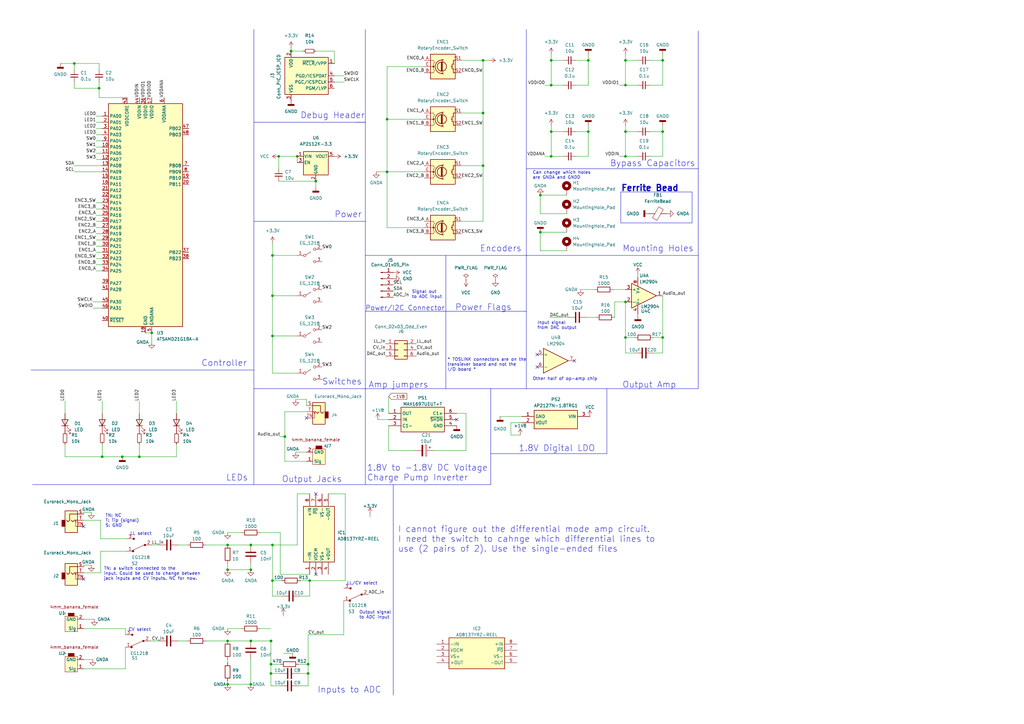
<source format=kicad_sch>
(kicad_sch (version 20230121) (generator eeschema)
  (paper "A3")
  (junction (at 93.345 280.67))
  (junction (at 111.125 262.89))
  (junction (at 226.06 53.975))
  (junction (at 50.165 187.325))
  (junction (at 127 238.125))
  (junction (at 111.125 272.415))
  (junction (at 126.365 272.415))
  (junction (at 119.38 20.955))
  (junction (at 198.12 67.945))
  (junction (at 116.84 179.07))
  (junction (at 41.91 187.325))
  (junction (at 102.87 262.89))
  (junction (at 111.76 104.775))
  (junction (at 102.87 233.68))
  (junction (at 102.87 223.52))
  (junction (at 111.125 276.225))
  (junction (at 111.76 121.285))
  (junction (at 93.345 262.89))
  (junction (at 256.54 34.925))
  (junction (at 271.78 24.765))
  (junction (at 111.76 238.125))
  (junction (at 111.76 137.795))
  (junction (at 93.345 223.52))
  (junction (at 30.48 26.035))
  (junction (at 256.54 138.43))
  (junction (at 158.75 48.895))
  (junction (at 226.06 34.925))
  (junction (at 256.54 24.765))
  (junction (at 121.92 64.135))
  (junction (at 126.365 276.225))
  (junction (at 256.54 64.135))
  (junction (at 271.78 138.43))
  (junction (at 226.06 24.765))
  (junction (at 241.3 53.975))
  (junction (at 114.3 64.135))
  (junction (at 40.64 36.195))
  (junction (at 221.615 95.25))
  (junction (at 158.75 70.485))
  (junction (at 241.3 24.765))
  (junction (at 271.78 53.975))
  (junction (at 198.12 46.355))
  (junction (at 62.23 136.525))
  (junction (at 57.15 187.325))
  (junction (at 256.54 53.975))
  (junction (at 221.615 80.01))
  (junction (at 198.12 24.765))
  (junction (at 256.54 123.825))
  (junction (at 111.76 223.52))
  (junction (at 102.87 280.67))
  (junction (at 226.06 64.135))
  (junction (at 129.54 74.295))
  (junction (at 93.345 233.68))
  (no_connect (at 187.325 172.085))
  (no_connect (at 125.73 171.45))
  (no_connect (at 129.54 202.565))
  (no_connect (at 129.54 235.585))
  (no_connect (at 235.585 147.955))
  (no_connect (at 220.345 150.495))
  (no_connect (at 220.345 145.415))
  (no_connect (at 34.29 237.49))
  (no_connect (at 34.29 215.9))
  (wire (pts (xy 51.435 274.32) (xy 51.435 265.43)))
  (wire (pts (xy 271.78 121.285) (xy 271.78 138.43)))
  (wire (pts (xy 41.91 182.245) (xy 41.91 187.325)))
  (wire (pts (xy 39.37 93.345) (xy 41.91 93.345)))
  (wire (pts (xy 40.64 40.005) (xy 52.07 40.005)))
  (wire (pts (xy 256.54 53.975) (xy 256.54 64.135)))
  (wire (pts (xy 256.54 123.825) (xy 256.54 138.43)))
  (polyline (pts (xy 149.86 90.805) (xy 149.86 159.385)))
  (wire (pts (xy 93.345 218.44) (xy 99.06 218.44)))
  (wire (pts (xy 30.48 33.655) (xy 30.48 36.195)))
  (wire (pts (xy 256.54 24.765) (xy 256.54 34.925)))
  (polyline (pts (xy 254.635 78.74) (xy 254.635 91.44)))
  (wire (pts (xy 37.465 210.185) (xy 34.29 210.185)))
  (wire (pts (xy 127 238.125) (xy 127 244.475)))
  (wire (pts (xy 111.76 99.695) (xy 111.76 104.775)))
  (wire (pts (xy 126.365 272.415) (xy 126.365 276.225)))
  (polyline (pts (xy 201.295 159.385) (xy 182.88 159.385)))
  (wire (pts (xy 114.935 235.585) (xy 114.935 218.44)))
  (wire (pts (xy 126.365 281.305) (xy 126.365 276.225)))
  (polyline (pts (xy 215.9 12.065) (xy 215.9 104.775)))
  (wire (pts (xy 198.12 67.945) (xy 198.12 90.805)))
  (wire (pts (xy 125.73 166.37) (xy 125.73 163.83)))
  (wire (pts (xy 111.125 262.89) (xy 111.76 262.89)))
  (wire (pts (xy 122.555 281.305) (xy 126.365 281.305)))
  (wire (pts (xy 30.48 28.575) (xy 30.48 26.035)))
  (wire (pts (xy 256.54 22.225) (xy 256.54 24.765)))
  (wire (pts (xy 241.3 53.975) (xy 241.3 51.435)))
  (wire (pts (xy 254 64.135) (xy 256.54 64.135)))
  (wire (pts (xy 226.06 24.765) (xy 226.06 34.925)))
  (wire (pts (xy 232.41 95.25) (xy 221.615 95.25)))
  (wire (pts (xy 51.435 257.81) (xy 51.435 260.35)))
  (wire (pts (xy 226.06 24.765) (xy 231.14 24.765)))
  (polyline (pts (xy 215.9 104.775) (xy 286.385 104.775)))
  (wire (pts (xy 119.38 20.955) (xy 124.46 20.955)))
  (wire (pts (xy 116.205 252.095) (xy 116.205 252.73)))
  (wire (pts (xy 177.8 184.785) (xy 191.135 184.785)))
  (wire (pts (xy 126.365 260.35) (xy 126.365 272.415)))
  (wire (pts (xy 123.19 238.125) (xy 127 238.125)))
  (wire (pts (xy 198.12 46.355) (xy 189.23 46.355)))
  (wire (pts (xy 137.16 33.655) (xy 140.97 33.655)))
  (wire (pts (xy 41.275 220.98) (xy 52.07 220.98)))
  (wire (pts (xy 34.29 210.185) (xy 34.29 210.82)))
  (wire (pts (xy 236.22 64.135) (xy 241.3 64.135)))
  (wire (pts (xy 38.1 123.825) (xy 41.91 123.825)))
  (wire (pts (xy 271.78 64.135) (xy 271.78 53.975)))
  (wire (pts (xy 221.615 80.01) (xy 221.615 87.63)))
  (wire (pts (xy 115.57 244.475) (xy 111.76 244.475)))
  (wire (pts (xy 39.37 57.785) (xy 41.91 57.785)))
  (wire (pts (xy 41.91 164.465) (xy 41.91 169.545)))
  (polyline (pts (xy 215.9 127.635) (xy 182.88 127.635)))
  (wire (pts (xy 39.37 100.965) (xy 41.91 100.965)))
  (wire (pts (xy 225.425 130.175) (xy 233.045 130.175)))
  (wire (pts (xy 102.87 270.51) (xy 102.87 280.67)))
  (wire (pts (xy 256.54 51.435) (xy 256.54 53.975)))
  (polyline (pts (xy 182.88 159.385) (xy 182.88 127.635)))
  (wire (pts (xy 159.385 162.56) (xy 159.385 169.545)))
  (polyline (pts (xy 13.335 198.755) (xy 104.14 198.755)))
  (wire (pts (xy 39.37 60.325) (xy 41.91 60.325)))
  (polyline (pts (xy 149.86 159.385) (xy 149.86 198.755)))
  (wire (pts (xy 198.12 46.355) (xy 198.12 67.945)))
  (polyline (pts (xy 248.92 186.055) (xy 248.92 159.385)))
  (wire (pts (xy 256.54 24.765) (xy 261.62 24.765)))
  (wire (pts (xy 37.465 231.775) (xy 34.29 231.775)))
  (wire (pts (xy 39.37 98.425) (xy 41.91 98.425)))
  (wire (pts (xy 121.92 202.565) (xy 121.92 223.52)))
  (wire (pts (xy 114.3 64.135) (xy 121.92 64.135)))
  (wire (pts (xy 116.84 168.91) (xy 125.73 168.91)))
  (polyline (pts (xy 104.14 198.755) (xy 161.29 198.755)))
  (wire (pts (xy 267.97 144.78) (xy 271.78 144.78)))
  (wire (pts (xy 39.37 88.265) (xy 41.91 88.265)))
  (wire (pts (xy 256.54 34.925) (xy 261.62 34.925)))
  (polyline (pts (xy 104.14 151.765) (xy 104.14 198.755)))
  (wire (pts (xy 254 34.925) (xy 256.54 34.925)))
  (wire (pts (xy 93.345 233.68) (xy 102.87 233.68)))
  (wire (pts (xy 114.935 276.225) (xy 111.125 276.225)))
  (wire (pts (xy 26.67 164.465) (xy 26.67 169.545)))
  (wire (pts (xy 72.39 182.245) (xy 72.39 187.325)))
  (wire (pts (xy 260.35 138.43) (xy 256.54 138.43)))
  (wire (pts (xy 252.095 123.825) (xy 256.54 123.825)))
  (wire (pts (xy 173.99 93.345) (xy 158.75 93.345)))
  (wire (pts (xy 158.75 27.305) (xy 173.99 27.305)))
  (polyline (pts (xy 215.9 127.635) (xy 215.9 159.385)))
  (wire (pts (xy 114.935 281.305) (xy 111.125 281.305)))
  (wire (pts (xy 93.345 231.14) (xy 93.345 233.68)))
  (wire (pts (xy 34.29 231.775) (xy 34.29 232.41)))
  (polyline (pts (xy 215.9 159.385) (xy 286.385 159.385)))
  (wire (pts (xy 116.84 168.91) (xy 116.84 179.07)))
  (wire (pts (xy 34.29 257.81) (xy 51.435 257.81)))
  (wire (pts (xy 57.15 164.465) (xy 57.15 169.545)))
  (wire (pts (xy 226.06 53.975) (xy 231.14 53.975)))
  (wire (pts (xy 111.125 272.415) (xy 111.125 276.225)))
  (wire (pts (xy 106.68 257.81) (xy 111.125 257.81)))
  (wire (pts (xy 41.275 234.95) (xy 41.275 226.06)))
  (polyline (pts (xy 182.88 127.635) (xy 182.88 104.775)))
  (wire (pts (xy 93.345 257.81) (xy 99.06 257.81)))
  (wire (pts (xy 106.68 218.44) (xy 114.935 218.44)))
  (wire (pts (xy 226.06 51.435) (xy 226.06 53.975)))
  (wire (pts (xy 121.285 163.83) (xy 125.73 163.83)))
  (wire (pts (xy 102.87 223.52) (xy 111.76 223.52)))
  (wire (pts (xy 159.385 174.625) (xy 159.385 184.785)))
  (wire (pts (xy 236.22 53.975) (xy 241.3 53.975)))
  (polyline (pts (xy 283.845 91.44) (xy 283.845 78.74)))
  (wire (pts (xy 26.67 187.325) (xy 41.91 187.325)))
  (wire (pts (xy 271.78 138.43) (xy 271.78 144.78)))
  (wire (pts (xy 40.64 26.035) (xy 40.64 28.575)))
  (polyline (pts (xy 149.86 127.635) (xy 182.88 127.635)))
  (wire (pts (xy 111.76 238.125) (xy 111.76 223.52)))
  (wire (pts (xy 137.16 20.955) (xy 137.16 26.035)))
  (wire (pts (xy 226.06 22.225) (xy 226.06 24.765)))
  (wire (pts (xy 271.78 34.925) (xy 271.78 24.765)))
  (polyline (pts (xy 149.86 12.065) (xy 149.86 50.165)))
  (wire (pts (xy 115.57 238.125) (xy 111.76 238.125)))
  (polyline (pts (xy 104.14 12.065) (xy 104.14 151.765)))
  (wire (pts (xy 39.37 108.585) (xy 41.91 108.585)))
  (polyline (pts (xy 149.86 159.385) (xy 104.14 159.385)))
  (wire (pts (xy 93.345 279.4) (xy 93.345 280.67)))
  (wire (pts (xy 39.37 62.865) (xy 41.91 62.865)))
  (wire (pts (xy 123.19 244.475) (xy 127 244.475)))
  (polyline (pts (xy 201.295 198.755) (xy 201.295 159.385)))
  (polyline (pts (xy 286.385 159.385) (xy 286.385 104.775)))
  (wire (pts (xy 121.92 223.52) (xy 111.76 223.52)))
  (wire (pts (xy 137.16 31.115) (xy 140.97 31.115)))
  (wire (pts (xy 116.84 179.07) (xy 116.84 189.23)))
  (wire (pts (xy 232.41 102.87) (xy 221.615 102.87)))
  (wire (pts (xy 62.23 223.52) (xy 65.405 223.52)))
  (wire (pts (xy 111.125 281.305) (xy 111.125 276.225)))
  (wire (pts (xy 236.22 24.765) (xy 241.3 24.765)))
  (wire (pts (xy 34.29 274.32) (xy 51.435 274.32)))
  (wire (pts (xy 266.7 34.925) (xy 271.78 34.925)))
  (wire (pts (xy 26.67 182.245) (xy 26.67 187.325)))
  (polyline (pts (xy 254.635 91.44) (xy 283.845 91.44)))
  (wire (pts (xy 141.605 202.565) (xy 141.605 238.125)))
  (wire (pts (xy 40.64 36.195) (xy 40.64 40.005)))
  (wire (pts (xy 221.615 87.63) (xy 232.41 87.63)))
  (wire (pts (xy 116.205 267.97) (xy 120.015 267.97)))
  (wire (pts (xy 72.39 164.465) (xy 72.39 169.545)))
  (wire (pts (xy 114.935 179.07) (xy 116.84 179.07)))
  (polyline (pts (xy 149.86 104.775) (xy 215.9 104.775)))
  (wire (pts (xy 114.935 272.415) (xy 111.125 272.415)))
  (polyline (pts (xy 161.29 198.755) (xy 161.29 285.115)))
  (wire (pts (xy 151.765 210.82) (xy 151.765 212.09)))
  (wire (pts (xy 140.97 260.35) (xy 126.365 260.35)))
  (wire (pts (xy 73.025 262.89) (xy 76.835 262.89)))
  (wire (pts (xy 111.76 104.775) (xy 121.92 104.775)))
  (wire (pts (xy 40.64 33.655) (xy 40.64 36.195)))
  (wire (pts (xy 251.46 118.745) (xy 256.54 118.745)))
  (wire (pts (xy 93.345 262.89) (xy 102.87 262.89)))
  (polyline (pts (xy 149.86 90.805) (xy 149.86 50.165)))
  (wire (pts (xy 111.76 137.795) (xy 121.92 137.795)))
  (wire (pts (xy 191.135 184.785) (xy 191.135 169.545)))
  (wire (pts (xy 102.87 231.14) (xy 102.87 233.68)))
  (wire (pts (xy 39.37 106.045) (xy 41.91 106.045)))
  (wire (pts (xy 111.76 121.285) (xy 111.76 137.795)))
  (polyline (pts (xy 104.14 90.805) (xy 149.86 90.805)))
  (wire (pts (xy 232.41 80.01) (xy 221.615 80.01)))
  (wire (pts (xy 260.35 144.78) (xy 256.54 144.78)))
  (wire (pts (xy 61.595 262.89) (xy 65.405 262.89)))
  (wire (pts (xy 236.22 34.925) (xy 241.3 34.925)))
  (wire (pts (xy 73.025 223.52) (xy 76.835 223.52)))
  (wire (pts (xy 271.78 53.975) (xy 271.78 51.435)))
  (wire (pts (xy 122.555 272.415) (xy 126.365 272.415)))
  (wire (pts (xy 271.78 24.765) (xy 271.78 22.225)))
  (wire (pts (xy 158.75 48.895) (xy 173.99 48.895)))
  (wire (pts (xy 57.15 187.325) (xy 72.39 187.325)))
  (wire (pts (xy 38.1 126.365) (xy 41.91 126.365)))
  (wire (pts (xy 198.12 24.765) (xy 200.66 24.765)))
  (wire (pts (xy 129.54 74.295) (xy 129.54 76.835)))
  (polyline (pts (xy 254.635 78.74) (xy 283.845 78.74)))
  (wire (pts (xy 84.455 223.52) (xy 93.345 223.52)))
  (wire (pts (xy 140.97 246.38) (xy 140.97 260.35)))
  (wire (pts (xy 129.54 20.955) (xy 137.16 20.955)))
  (wire (pts (xy 191.135 169.545) (xy 187.325 169.545)))
  (wire (pts (xy 39.37 95.885) (xy 41.91 95.885)))
  (polyline (pts (xy 286.385 12.7) (xy 286.385 69.215)))
  (wire (pts (xy 226.06 53.975) (xy 226.06 64.135)))
  (wire (pts (xy 266.7 24.765) (xy 271.78 24.765)))
  (wire (pts (xy 111.125 272.415) (xy 111.125 262.89)))
  (wire (pts (xy 84.455 262.89) (xy 93.345 262.89)))
  (polyline (pts (xy 161.29 198.755) (xy 201.295 198.755)))
  (wire (pts (xy 241.3 24.765) (xy 241.3 22.225)))
  (wire (pts (xy 41.91 187.325) (xy 50.165 187.325)))
  (wire (pts (xy 189.23 24.765) (xy 198.12 24.765)))
  (polyline (pts (xy 286.385 69.215) (xy 286.385 104.775)))
  (wire (pts (xy 213.995 173.355) (xy 209.55 173.355)))
  (polyline (pts (xy 149.86 159.385) (xy 182.88 159.385)))
  (wire (pts (xy 102.87 262.89) (xy 111.125 262.89)))
  (wire (pts (xy 223.52 34.925) (xy 226.06 34.925)))
  (wire (pts (xy 226.06 64.135) (xy 231.14 64.135)))
  (wire (pts (xy 30.48 26.035) (xy 40.64 26.035)))
  (wire (pts (xy 134.62 202.565) (xy 141.605 202.565)))
  (wire (pts (xy 114.3 64.135) (xy 114.3 69.215)))
  (wire (pts (xy 111.76 104.775) (xy 111.76 121.285)))
  (wire (pts (xy 39.37 47.625) (xy 41.91 47.625)))
  (wire (pts (xy 39.37 85.725) (xy 41.91 85.725)))
  (wire (pts (xy 127 202.565) (xy 121.92 202.565)))
  (polyline (pts (xy 215.9 104.775) (xy 215.9 127.635)))
  (wire (pts (xy 122.555 276.225) (xy 126.365 276.225)))
  (wire (pts (xy 240.665 130.175) (xy 244.475 130.175)))
  (wire (pts (xy 30.48 36.195) (xy 40.64 36.195)))
  (wire (pts (xy 111.76 244.475) (xy 111.76 238.125)))
  (wire (pts (xy 39.37 50.165) (xy 41.91 50.165)))
  (wire (pts (xy 93.345 280.67) (xy 102.87 280.67)))
  (wire (pts (xy 198.12 67.945) (xy 189.23 67.945)))
  (wire (pts (xy 39.37 83.185) (xy 41.91 83.185)))
  (wire (pts (xy 57.15 182.245) (xy 57.15 187.325)))
  (polyline (pts (xy 215.9 69.215) (xy 286.385 69.215)))
  (wire (pts (xy 34.29 270.51) (xy 38.1 270.51)))
  (wire (pts (xy 111.76 137.795) (xy 111.76 153.035)))
  (wire (pts (xy 34.29 254) (xy 38.735 254)))
  (wire (pts (xy 256.54 53.975) (xy 261.62 53.975)))
  (wire (pts (xy 241.3 34.925) (xy 241.3 24.765)))
  (wire (pts (xy 93.345 223.52) (xy 102.87 223.52)))
  (wire (pts (xy 266.7 53.975) (xy 271.78 53.975)))
  (wire (pts (xy 111.76 153.035) (xy 121.92 153.035)))
  (wire (pts (xy 238.125 118.745) (xy 243.84 118.745)))
  (wire (pts (xy 39.37 52.705) (xy 41.91 52.705)))
  (wire (pts (xy 154.305 70.485) (xy 158.75 70.485)))
  (wire (pts (xy 39.37 55.245) (xy 41.91 55.245)))
  (wire (pts (xy 41.275 226.06) (xy 52.07 226.06)))
  (wire (pts (xy 119.38 19.685) (xy 119.38 20.955)))
  (wire (pts (xy 261.62 112.395) (xy 261.62 113.665)))
  (wire (pts (xy 34.29 234.95) (xy 41.275 234.95)))
  (wire (pts (xy 205.105 170.815) (xy 213.995 170.815)))
  (wire (pts (xy 30.48 70.485) (xy 41.91 70.485)))
  (wire (pts (xy 158.75 48.895) (xy 158.75 27.305)))
  (wire (pts (xy 111.76 121.285) (xy 121.92 121.285)))
  (wire (pts (xy 261.62 129.54) (xy 261.62 128.905)))
  (wire (pts (xy 121.92 64.135) (xy 121.92 66.675)))
  (wire (pts (xy 39.37 90.805) (xy 41.91 90.805)))
  (wire (pts (xy 256.54 64.135) (xy 261.62 64.135)))
  (wire (pts (xy 59.69 136.525) (xy 62.23 136.525)))
  (wire (pts (xy 39.37 111.125) (xy 41.91 111.125)))
  (wire (pts (xy 267.97 138.43) (xy 271.78 138.43)))
  (wire (pts (xy 141.605 238.125) (xy 127 238.125)))
  (wire (pts (xy 223.52 64.135) (xy 226.06 64.135)))
  (wire (pts (xy 159.385 184.785) (xy 170.18 184.785)))
  (polyline (pts (xy 146.05 50.165) (xy 149.86 50.165)))
  (wire (pts (xy 125.73 189.23) (xy 116.84 189.23)))
  (polyline (pts (xy 104.14 50.165) (xy 149.86 50.165)))
  (wire (pts (xy 221.615 95.25) (xy 221.615 102.87)))
  (wire (pts (xy 39.37 103.505) (xy 41.91 103.505)))
  (wire (pts (xy 127 235.585) (xy 114.935 235.585)))
  (wire (pts (xy 241.3 64.135) (xy 241.3 53.975)))
  (wire (pts (xy 173.99 70.485) (xy 158.75 70.485)))
  (polyline (pts (xy 201.295 159.385) (xy 215.9 159.385)))
  (wire (pts (xy 209.55 178.435) (xy 213.36 178.435)))
  (wire (pts (xy 209.55 173.355) (xy 209.55 178.435)))
  (wire (pts (xy 121.285 185.42) (xy 125.73 185.42)))
  (wire (pts (xy 158.75 93.345) (xy 158.75 70.485)))
  (wire (pts (xy 266.7 64.135) (xy 271.78 64.135)))
  (wire (pts (xy 198.12 90.805) (xy 189.23 90.805)))
  (polyline (pts (xy 12.7 151.765) (xy 104.14 151.765)))
  (wire (pts (xy 226.06 34.925) (xy 231.14 34.925)))
  (wire (pts (xy 50.165 187.325) (xy 57.15 187.325)))
  (polyline (pts (xy 201.295 186.055) (xy 248.92 186.055)))
  (wire (pts (xy 39.37 65.405) (xy 41.91 65.405)))
  (wire (pts (xy 158.75 48.895) (xy 158.75 70.485)))
  (wire (pts (xy 154.94 172.085) (xy 159.385 172.085)))
  (wire (pts (xy 198.12 24.765) (xy 198.12 46.355)))
  (wire (pts (xy 30.48 67.945) (xy 41.91 67.945)))
  (wire (pts (xy 62.23 136.525) (xy 62.23 140.335)))
  (wire (pts (xy 93.345 270.51) (xy 93.345 271.78)))
  (wire (pts (xy 114.3 74.295) (xy 129.54 74.295)))
  (wire (pts (xy 256.54 144.78) (xy 256.54 138.43)))
  (wire (pts (xy 252.095 130.175) (xy 252.095 123.825)))
  (wire (pts (xy 34.29 213.36) (xy 41.275 213.36)))
  (wire (pts (xy 41.275 213.36) (xy 41.275 220.98)))
  (wire (pts (xy 24.765 26.035) (xy 30.48 26.035)))
  (text "* TOSLINK connectors are on the\ntransiever board and not the\nI/O board *" (at 183.515 152.4 0) (effects (font (size 1.27 1.27)) (justify left bottom)))
  (text "Power" (at 137.16 89.535 0) (effects (font (size 2.5 2.5)) (justify left bottom)))
  (text "Mounting Holes" (at 255.27 103.505 0) (effects (font (size 2.5 2.5)) (justify left bottom)))
  (text "Controller" (at 82.55 150.495 0) (effects (font (size 2.5 2.5)) (justify left bottom)))
  (text "1.8V to -1.8V DC Voltage \nCharge Pump Inverter" (at 150.495 197.485 0) (effects (font (size 2.5 2.5)) (justify left bottom)))
  (text "Other half of op-amp chip" (at 218.44 156.21 0) (effects (font (size 1.27 1.27)) (justify left bottom)))
  (text "Input signal\nfrom DAC output" (at 220.345 135.255 0) (effects (font (size 1.27 1.27)) (justify left bottom)))
  (text "Inputs to ADC" (at 130.175 284.48 0) (effects (font (size 2.5 2.5)) (justify left bottom)))
  (text "LEDs" (at 92.71 197.485 0) (effects (font (size 2.5 2.5)) (justify left bottom)))
  (text "Ferrite Bead\n" (at 254.635 78.74 0) (effects (font (size 2.5 2.5) (thickness 0.5) bold) (justify left bottom)))
  (text "Power Flags" (at 186.69 127.635 0) (effects (font (size 2.5 2.5)) (justify left bottom)))
  (text "I cannot figure out the differential mode amp circuit.\nI need the switch to cahnge which differential lines to\nuse (2 pairs of 2). Use the single-ended files" (at 163.195 226.695 0) (effects (font (size 2.5 2.5)) (justify left bottom)))
  (text "TN: a switch connected to the \ninput. Could be used to change between \njack inputs and CV inputs. NC for now." (at 42.545 238.125 0) (effects (font (size 1.27 1.27)) (justify left bottom)))
  (text "Can change which holes\nare GNDA and GNDD" (at 218.44 73.66 0) (effects (font (size 1.27 1.27)) (justify left bottom)))
  (text "Power/I2C Connector" (at 149.86 127.635 0) (effects (font (size 2 2)) (justify left bottom)))
  (text "Bypass Capacitors" (at 250.19 68.58 0) (effects (font (size 2.5 2.5)) (justify left bottom)))
  (text "CV select" (at 52.705 259.08 0) (effects (font (size 1.27 1.27)) (justify left bottom)))
  (text "LL/CV select" (at 142.24 240.03 0) (effects (font (size 1.27 1.27)) (justify left bottom)))
  (text "LL select" (at 53.34 219.71 0) (effects (font (size 1.27 1.27)) (justify left bottom)))
  (text "Encoders" (at 196.85 103.505 0) (effects (font (size 2.5 2.5)) (justify left bottom)))
  (text "Output Amp" (at 255.27 159.385 0) (effects (font (size 2.5 2.5)) (justify left bottom)))
  (text "Switches" (at 132.08 158.115 0) (effects (font (size 2.5 2.5)) (justify left bottom)))
  (text "Output signal\nto ADC input" (at 147.32 254 0) (effects (font (size 1.27 1.27)) (justify left bottom)))
  (text "Amp jumpers" (at 151.13 159.385 0) (effects (font (size 2.5 2.5)) (justify left bottom)))
  (text "1.8V Digital LDO" (at 212.725 185.42 0) (effects (font (size 2.5 2.5)) (justify left bottom)))
  (text "Signal out\nto ADC input" (at 168.91 122.555 0) (effects (font (size 1.27 1.27)) (justify left bottom)))
  (text "Debug Header\n" (at 123.19 48.895 0) (effects (font (size 2.5 2.5)) (justify left bottom)))
  (text "TN: NC\nT: Tip (signal)\nS: GND\n\n" (at 43.18 218.44 0) (effects (font (size 1.27 1.27)) (justify left bottom)))
  (text "Output Jacks" (at 115.57 198.12 0) (effects (font (size 2.5 2.5)) (justify left bottom)))
  (label "CV_in" (at 62.23 262.89 0))
  (label "LL_out" (at 170.815 140.97 0))
  (label "LED3" (at 72.39 164.465 90))
  (label "ENC0_SW" (at 189.23 29.845 0))
  (label "ENC0_A" (at 173.99 24.765 180))
  (label "LED0" (at 26.67 164.465 90))
  (label "ENC3_SW" (at 39.37 83.185 180))
  (label "SWDIO" (at 140.97 31.115 0))
  (label "Audio_out" (at 271.78 121.285 0))
  (label "ENC3_B" (at 39.37 85.725 180))
  (label "SCL" (at 161.29 116.84 0))
  (label "SW3" (at 39.37 65.405 180))
  (label "ENC2_A" (at 173.99 67.945 180))
  (label "SWCLK" (at 140.97 33.655 0))
  (label "SDA" (at 161.29 119.38 0))
  (label "Audio_out" (at 170.815 146.05 0))
  (label "VDDIO0" (at 223.52 34.925 180))
  (label "SCL" (at 30.48 70.485 180))
  (label "ENC1_A" (at 173.99 46.355 180))
  (label "DAC_out" (at 225.425 130.175 0))
  (label "SW1" (at 39.37 60.325 180))
  (label "VDDIO1" (at 59.69 40.005 90))
  (label "LED0" (at 39.37 47.625 180))
  (label "ENC1_SW" (at 189.23 51.435 0))
  (label "VDDIO1" (at 254 34.925 180))
  (label "ENC2_B" (at 173.99 73.025 180))
  (label "SW2" (at 132.08 135.255 0))
  (label "ADC_in" (at 151.13 243.84 0))
  (label "VDDIN" (at 57.15 40.005 90))
  (label "SW0" (at 132.08 102.235 0))
  (label "VDDANA" (at 223.52 64.135 180))
  (label "ENC0_B" (at 39.37 108.585 180))
  (label "LED2" (at 39.37 52.705 180))
  (label "ENC2_SW" (at 189.23 73.025 0))
  (label "ENC2_B" (at 39.37 93.345 180))
  (label "ADC_in" (at 161.29 121.92 0))
  (label "ENC3_SW" (at 189.23 95.885 0))
  (label "VDDIN" (at 254 64.135 180))
  (label "SW2" (at 39.37 62.865 180))
  (label "ENC1_B" (at 173.99 51.435 180))
  (label "LED1" (at 39.37 50.165 180))
  (label "ENC0_SW" (at 39.37 106.045 180))
  (label "SWDIO" (at 38.1 126.365 180))
  (label "Audio_out" (at 114.935 179.07 180))
  (label "SWCLK" (at 38.1 123.825 180))
  (label "ENC0_B" (at 173.99 29.845 180))
  (label "ENC1_B" (at 39.37 100.965 180))
  (label "VDDANA" (at 67.31 40.005 90))
  (label "SW3" (at 132.08 150.495 0))
  (label "DAC_out" (at 158.115 146.05 180))
  (label "LL_in" (at 158.115 140.97 180))
  (label "CV_out" (at 126.365 260.35 0))
  (label "ENC2_SW" (at 39.37 90.805 180))
  (label "LL_in" (at 62.23 223.52 0))
  (label "ENC1_A" (at 39.37 103.505 180))
  (label "LED3" (at 39.37 55.245 180))
  (label "LED2" (at 57.15 164.465 90))
  (label "VDDIO0" (at 62.23 40.005 90))
  (label "SDA" (at 30.48 67.945 180))
  (label "ENC3_A" (at 39.37 88.265 180))
  (label "ENC0_A" (at 39.37 111.125 180))
  (label "CV_out" (at 170.815 143.51 0))
  (label "LED1" (at 41.91 164.465 90))
  (label "ENC3_A" (at 173.99 90.805 180))
  (label "ENC1_SW" (at 39.37 98.425 180))
  (label "ENC2_A" (at 39.37 95.885 180))
  (label "CV_in" (at 158.115 143.51 180))
  (label "SW0" (at 39.37 57.785 180))
  (label "SW1" (at 132.08 118.745 0))
  (label "ENC3_B" (at 173.99 95.885 180))
  (global_label "-1V8" (shape input) (at 159.385 162.56 0) (property "Intersheetrefs" "${INTERSHEET_REFS}" (effects hide)))
  (symbol (lib_id "Device:R") (at 80.645 262.89 90) (unit 1)
    (property "Reference" "R6" (at 80.645 257.81 90))
    (property "Value" "100" (at 80.645 260.35 90))
    (property "Footprint" "Resistor_SMD:R_0603_1608Metric" (effects hide))
  )
  (symbol (lib_id "Device:R") (at 93.345 266.7 180) (unit 1)
    (property "Reference" "R8" (at 95.25 266.065 0) (effects (justify right)))
    (property "Value" "100" (at 95.25 268.605 0) (effects (justify right)))
    (property "Footprint" "Resistor_SMD:R_0603_1608Metric" (effects hide))
  )
  (symbol (lib_id "winterbloom:Eurorack_Mono_Jack") (at 29.21 236.22 180) (unit 1)
    (property "Reference" "J2" (at 24.13 236.22 0) (effects (justify left)))
    (property "Value" "Eurorack_Mono_Jack" (at 37.465 226.695 0) (effects (justify left)))
    (property "Footprint" "winterbloom:AudioJack_WQP518MA" (effects hide))
    (property "Datasheet" "http://www.qingpu-electronics.com/en/products/WQP-PJ398SM-362.html" (effects hide))
    (property "MPN" "WQP-WQP518MA" (effects hide))
  )
  (symbol (lib_id "Device:C_Small") (at 264.16 53.975 90) (unit 1)
    (property "Reference" "C18" (at 264.1663 47.625 90))
    (property "Value" "10u" (at 264.1663 50.165 90))
    (property "Footprint" "Capacitor_SMD:C_0603_1608Metric" (effects hide))
  )
  (symbol (lib_id "power:GNDD") (at 120.015 267.97 0) (unit 1)
    (property "Reference" "#PWR021" (effects hide))
    (property "Value" "GNDD" (at 120.015 266.7 0))
  )
  (symbol (lib_id "power:+3.3V") (at 200.66 24.765 270) (unit 1)
    (property "Reference" "#PWR030" (effects hide))
    (property "Value" "+3.3V" (at 204.47 24.7649 90) (effects (justify left)))
  )
  (symbol (lib_id "Device:LED") (at 41.91 173.355 90) (unit 1)
    (property "Reference" "D2" (at 45.72 173.6724 90) (effects (justify right)))
    (property "Value" "LED" (at 45.72 176.2124 90) (effects (justify right)))
    (property "Footprint" "LED_THT:LED_Rectangular_W5.0mm_H2.0mm" (effects hide))
  )
  (symbol (lib_id "Device:C") (at 102.87 227.33 180) (unit 1)
    (property "Reference" "C5" (at 106.68 226.695 0) (effects (justify right)))
    (property "Value" "10nF" (at 106.68 229.235 0) (effects (justify right)))
    (property "Footprint" "Capacitor_SMD:C_0603_1608Metric" (effects hide))
  )
  (symbol (lib_name "GNDA_2") (lib_id "power:GNDA") (at 93.345 257.81 0) (unit 1)
    (property "Reference" "#PWR010" (effects hide))
    (property "Value" "GNDA" (at 89.535 257.81 0))
  )
  (symbol (lib_id "Device:R") (at 93.345 227.33 180) (unit 1)
    (property "Reference" "R7" (at 95.25 226.695 0) (effects (justify right)))
    (property "Value" "10" (at 95.25 229.235 0) (effects (justify right)))
    (property "Footprint" "Resistor_SMD:R_0603_1608Metric" (effects hide))
  )
  (symbol (lib_id "Device:C_Small") (at 233.68 24.765 90) (unit 1)
    (property "Reference" "C11" (at 233.6863 18.415 90))
    (property "Value" "10u" (at 233.6863 20.955 90))
    (property "Footprint" "Capacitor_SMD:C_0603_1608Metric" (effects hide))
  )
  (symbol (lib_id "Device:FerriteBead") (at 269.875 87.63 90) (unit 1)
    (property "Reference" "FB1" (at 269.8242 80.01 90))
    (property "Value" "FerriteBead" (at 269.8242 82.55 90))
    (property "Footprint" "Inductor_SMD:L_0603_1608Metric_Pad1.05x0.95mm_HandSolder" (effects hide))
    (property "Datasheet" "https://media.digikey.com/pdf/Data%20Sheets/Laird%20Technologies/EMI_Filtering_and_RF_Inductors.pdf" (effects hide))
  )
  (symbol (lib_id "power:+1V8") (at 213.36 178.435 0) (unit 1)
    (property "Reference" "#PWR050" (effects hide))
    (property "Value" "+1V8" (at 213.36 174.625 0))
  )
  (symbol (lib_id "AD8137YRZ-REEL:AD8137YRZ-REEL") (at 179.07 264.16 0) (unit 1)
    (property "Reference" "IC2" (at 195.58 257.81 0))
    (property "Value" "AD8137YRZ-REEL" (at 195.58 260.35 0))
    (property "Footprint" "SOIC127P600X175-8N" (effects hide))
    (property "Datasheet" "https://www.arrow.com/en/products/ad8137yrz-reel/analog-devices" (effects hide))
    (property "Height" "1.75" (effects hide))
    (property "Manufacturer_Name" "Analog Devices" (effects hide))
    (property "Manufacturer_Part_Number" "AD8137YRZ-REEL" (effects hide))
    (property "Mouser Part Number" "584-AD8137YRZ-R" (effects hide))
    (property "Mouser Price/Stock" "https://www.mouser.co.uk/ProductDetail/Analog-Devices/AD8137YRZ-REEL?qs=%2FtpEQrCGXCwvx9BEhEk72g%3D%3D" (effects hide))
    (property "Arrow Part Number" "AD8137YRZ-REEL" (effects hide))
    (property "Arrow Price/Stock" "https://www.arrow.com/en/products/ad8137yrz-reel/analog-devices?region=nac" (effects hide))
  )
  (symbol (lib_id "Mechanical:MountingHole_Pad") (at 232.41 100.33 0) (unit 1)
    (property "Reference" "H4" (at 234.95 97.7899 0) (effects (justify left)))
    (property "Value" "MountingHole_Pad" (at 234.95 100.3299 0) (effects (justify left)))
    (property "Footprint" "MountingHole:MountingHole_3.2mm_M3_ISO7380_Pad" (effects hide))
  )
  (symbol (lib_id "Device:R_Small") (at 57.15 179.705 180) (unit 1)
    (property "Reference" "R3" (at 59.69 178.4349 0) (effects (justify right)))
    (property "Value" "10k" (at 59.69 180.9749 0) (effects (justify right)))
    (property "Footprint" "Resistor_SMD:R_0603_1608Metric" (effects hide))
  )
  (symbol (lib_id "Custom:EG_1218") (at 127 97.155 0) (unit 1)
    (property "Reference" "SW1" (at 127 97.155 0))
    (property "Value" "EG_1218" (at 127 99.695 0))
    (property "Footprint" "custom_lib:EG_1218" (effects hide))
  )
  (symbol (lib_id "Device:C_Small") (at 233.68 64.135 270) (unit 1)
    (property "Reference" "C14" (at 233.6736 57.785 90))
    (property "Value" "0.1u" (at 233.6736 60.325 90))
    (property "Footprint" "Capacitor_SMD:C_0603_1608Metric" (effects hide))
  )
  (symbol (lib_id "custom_lib:4mm_female_banana") (at 26.67 267.97 0) (unit 1)
    (property "Reference" "U2" (at 25.4 267.97 0))
    (property "Value" "~" (at 26.67 267.97 0))
    (property "Footprint" "custom_lib:4mm_banana_female" (effects hide))
    (property "Datasheet" "https://www.digikey.com/en/products/detail/mueller-electric-co/BU-00233-2/2688274" (effects hide))
  )
  (symbol (lib_id "Regulator_Linear:AP2112K-3.3") (at 129.54 66.675 0) (unit 1)
    (property "Reference" "U6" (at 129.54 56.515 0))
    (property "Value" "AP2112K-3.3" (at 129.54 59.055 0))
    (property "Footprint" "Package_TO_SOT_SMD:SOT-23-5" (effects hide))
    (property "Datasheet" "https://www.diodes.com/assets/Datasheets/AP2112.pdf" (effects hide))
  )
  (symbol (lib_id "power:+1V8") (at 154.94 172.085 0) (unit 1)
    (property "Reference" "#PWR051" (effects hide))
    (property "Value" "+1V8" (at 154.94 168.275 0))
  )
  (symbol (lib_id "power:VCC") (at 261.62 112.395 0) (unit 1)
    (property "Reference" "#PWR040" (effects hide))
    (property "Value" "VCC" (at 261.62 108.585 0))
  )
  (symbol (lib_id "power:GNDD") (at 129.54 76.835 0) (unit 1)
    (property "Reference" "#PWR024" (effects hide))
    (property "Value" "GNDD" (at 129.54 81.28 0))
  )
  (symbol (lib_id "power:GNDD") (at 241.3 51.435 180) (unit 1)
    (property "Reference" "#PWR036" (effects hide))
    (property "Value" "GNDD" (at 241.3 47.625 0))
  )
  (symbol (lib_id "Mechanical:MountingHole_Pad") (at 232.41 92.71 0) (unit 1)
    (property "Reference" "H3" (at 234.95 90.1699 0) (effects (justify left)))
    (property "Value" "MountingHole_Pad" (at 234.95 92.7099 0) (effects (justify left)))
    (property "Footprint" "MountingHole:MountingHole_3.2mm_M3_ISO7380_Pad" (effects hide))
  )
  (symbol (lib_id "power:+3.3V") (at 116.205 252.095 0) (unit 1)
    (property "Reference" "#PWR016" (effects hide))
    (property "Value" "+3.3V" (at 116.205 248.8034 0))
  )
  (symbol (lib_name "GNDA_2") (lib_id "power:GNDA") (at 37.465 210.185 0) (unit 1)
    (property "Reference" "#PWR01" (effects hide))
    (property "Value" "GNDA" (at 33.655 208.915 0) (effects (justify left)))
  )
  (symbol (lib_id "Device:LED") (at 26.67 173.355 90) (unit 1)
    (property "Reference" "D1" (at 30.48 173.6724 90) (effects (justify right)))
    (property "Value" "LED" (at 30.48 176.2124 90) (effects (justify right)))
    (property "Footprint" "LED_THT:LED_Rectangular_W5.0mm_H2.0mm" (effects hide))
  )
  (symbol (lib_id "Device:R") (at 102.87 257.81 270) (unit 1)
    (property "Reference" "R11" (at 102.87 252.73 90))
    (property "Value" "1000" (at 102.87 255.27 90))
    (property "Footprint" "Resistor_SMD:R_0603_1608Metric" (effects hide))
  )
  (symbol (lib_id "Mechanical:MountingHole_Pad") (at 232.41 77.47 0) (unit 1)
    (property "Reference" "H1" (at 234.95 74.9299 0) (effects (justify left)))
    (property "Value" "MountingHole_Pad" (at 234.95 77.4699 0) (effects (justify left)))
    (property "Footprint" "MountingHole:MountingHole_3.2mm_M3_ISO7380_Pad" (effects hide))
  )
  (symbol (lib_id "Device:C_Small") (at 233.68 53.975 90) (unit 1)
    (property "Reference" "C13" (at 233.6863 47.625 90))
    (property "Value" "10u" (at 233.6863 50.165 90))
    (property "Footprint" "Capacitor_SMD:C_0603_1608Metric" (effects hide))
  )
  (symbol (lib_id "Device:R") (at 119.38 238.125 270) (unit 1)
    (property "Reference" "R13" (at 124.46 236.855 90))
    (property "Value" "100" (at 114.3 236.855 90))
    (property "Footprint" "Resistor_SMD:R_0603_1608Metric" (effects hide))
  )
  (symbol (lib_id "Amplifier_Operational:LM2904") (at 264.16 121.285 0) (unit 3)
    (property "Reference" "U4" (at 262.89 127.635 0) (effects (justify left)))
    (property "Value" "LM2904" (at 262.89 125.73 0) (effects (justify left)))
    (property "Datasheet" "http://www.ti.com/lit/ds/symlink/lm358.pdf" (effects hide))
  )
  (symbol (lib_id "power:GND") (at 161.29 114.3 90) (unit 1)
    (property "Reference" "#PWR028" (effects hide))
    (property "Value" "GND" (at 165.1 114.2999 90) (effects (justify right)))
  )
  (symbol (lib_name "GNDA_2") (lib_id "power:GNDA") (at 238.125 118.745 0) (unit 1)
    (property "Reference" "#PWR035" (effects hide))
    (property "Value" "GNDA" (at 234.315 118.745 0))
  )
  (symbol (lib_id "Device:C") (at 69.215 223.52 90) (unit 1)
    (property "Reference" "C3" (at 69.215 217.17 90))
    (property "Value" "10uF" (at 69.215 219.71 90))
    (property "Footprint" "Capacitor_SMD:C_0603_1608Metric" (effects hide))
  )
  (symbol (lib_id "Connector:Conn_01x05_Pin") (at 156.21 116.84 0) (unit 1)
    (property "Reference" "J5" (at 160.02 106.68 0))
    (property "Value" "Conn_01x05_Pin" (at 160.02 108.585 0))
  )
  (symbol (lib_id "power:GNDD") (at 261.62 129.54 0) (unit 1)
    (property "Reference" "#PWR045" (effects hide))
    (property "Value" "GNDD" (at 261.62 133.985 0))
  )
  (symbol (lib_id "power:VCC") (at 114.3 64.135 90) (unit 1)
    (property "Reference" "#PWR015" (effects hide))
    (property "Value" "VCC" (at 110.49 64.1349 90) (effects (justify left)))
  )
  (symbol (lib_id "Device:C_Small") (at 264.16 24.765 90) (unit 1)
    (property "Reference" "C16" (at 264.1663 18.415 90))
    (property "Value" "10u" (at 264.1663 20.955 90))
    (property "Footprint" "Capacitor_SMD:C_0603_1608Metric" (effects hide))
  )
  (symbol (lib_id "AD8137YRZ-REEL:AD8137YRZ-REEL") (at 127 235.585 90) (unit 1)
    (property "Reference" "IC1" (at 138.43 218.44 90) (effects (justify right)))
    (property "Value" "AD8137YRZ-REEL" (at 138.43 220.98 90) (effects (justify right)))
    (property "Footprint" "SOIC127P600X175-8N" (effects hide))
    (property "Datasheet" "https://www.arrow.com/en/products/ad8137yrz-reel/analog-devices" (effects hide))
    (property "Height" "1.75" (effects hide))
    (property "Manufacturer_Name" "Analog Devices" (effects hide))
    (property "Manufacturer_Part_Number" "AD8137YRZ-REEL" (effects hide))
    (property "Mouser Part Number" "584-AD8137YRZ-R" (effects hide))
    (property "Mouser Price/Stock" "https://www.mouser.co.uk/ProductDetail/Analog-Devices/AD8137YRZ-REEL?qs=%2FtpEQrCGXCwvx9BEhEk72g%3D%3D" (effects hide))
    (property "Arrow Part Number" "AD8137YRZ-REEL" (effects hide))
    (property "Arrow Price/Stock" "https://www.arrow.com/en/products/ad8137yrz-reel/analog-devices?region=nac" (effects hide))
  )
  (symbol (lib_id "Device:R_Small") (at 127 20.955 90) (unit 1)
    (property "Reference" "R14" (at 127 14.605 90))
    (property "Value" "10k" (at 127 17.145 90))
    (property "Footprint" "Resistor_SMD:R_0603_1608Metric" (effects hide))
  )
  (symbol (lib_id "power:PWR_FLAG") (at 203.2 114.935 0) (unit 1)
    (property "Reference" "#FLG02" (effects hide))
    (property "Value" "PWR_FLAG" (at 203.2 109.855 0))
  )
  (symbol (lib_id "Device:RotaryEncoder_Switch") (at 181.61 70.485 0) (unit 1)
    (property "Reference" "ENC3" (at 181.61 60.325 0))
    (property "Value" "RotaryEncoder_Switch" (at 181.61 62.865 0))
    (property "Footprint" "custom_lib:PEC12R-3217F-S0024-ND" (effects hide))
  )
  (symbol (lib_id "Amplifier_Operational:LM2904") (at 264.16 121.285 0) (unit 1)
    (property "Reference" "U4" (at 264.16 113.03 0))
    (property "Value" "LM2904" (at 266.065 115.57 0))
    (property "Datasheet" "http://www.ti.com/lit/ds/symlink/lm358.pdf" (effects hide))
  )
  (symbol (lib_id "Device:C_Small") (at 264.16 34.925 270) (unit 1)
    (property "Reference" "C17" (at 264.1536 28.575 90))
    (property "Value" "0.1u" (at 264.1536 31.115 90))
    (property "Footprint" "Capacitor_SMD:C_0603_1608Metric" (effects hide))
  )
  (symbol (lib_id "power:GNDD") (at 266.065 87.63 270) (unit 1)
    (property "Reference" "#PWR041" (effects hide))
    (property "Value" "GNDD" (at 262.255 87.6299 90) (effects (justify right)))
  )
  (symbol (lib_id "Device:C") (at 69.215 262.89 90) (unit 1)
    (property "Reference" "C4" (at 69.215 256.54 90))
    (property "Value" "10uF" (at 69.215 259.08 90))
    (property "Footprint" "Capacitor_SMD:C_0603_1608Metric" (effects hide))
  )
  (symbol (lib_id "power:+3.3V") (at 256.54 51.435 0) (unit 1)
    (property "Reference" "#PWR039" (effects hide))
    (property "Value" "+3.3V" (at 256.54 46.355 0))
  )
  (symbol (lib_id "power:GNDA") (at 221.615 80.01 180) (unit 1)
    (property "Reference" "#PWR049" (effects hide))
    (property "Value" "GNDA" (at 221.615 76.2 0))
  )
  (symbol (lib_id "Device:C") (at 118.745 281.305 270) (unit 1)
    (property "Reference" "C9" (at 121.92 280.035 90))
    (property "Value" "10uF" (at 114.935 280.035 90))
    (property "Footprint" "Capacitor_SMD:C_0603_1608Metric" (effects hide))
  )
  (symbol (lib_id "power:+3.3V") (at 226.06 22.225 0) (unit 1)
    (property "Reference" "#PWR033" (effects hide))
    (property "Value" "+3.3V" (at 226.06 17.145 0))
  )
  (symbol (lib_id "AP2127N-1_8TRG1:AP2127N-1.8TRG1") (at 213.995 170.815 0) (unit 1)
    (property "Reference" "PS2" (at 227.965 163.83 0))
    (property "Value" "AP2127N-1.8TRG1" (at 227.965 166.37 0))
    (property "Footprint" "SOT95P240X120-3N" (effects hide))
    (property "Datasheet" "http://uk.rs-online.com/web/p/products/8287369P" (effects hide))
    (property "Height" "1.2" (effects hide))
    (property "Manufacturer_Name" "Diodes Inc." (effects hide))
    (property "Manufacturer_Part_Number" "AP2127N-1.8TRG1" (effects hide))
    (property "Mouser Part Number" "621-AP2127N-1.8TRG1" (effects hide))
    (property "Mouser Price/Stock" "https://www.mouser.co.uk/ProductDetail/Diodes-Incorporated/AP2127N-1.8TRG1?qs=x6A8l6qLYDAuSPXcFHUomg%3D%3D" (effects hide))
    (property "Arrow Part Number" "AP2127N-1.8TRG1" (effects hide))
    (property "Arrow Price/Stock" "https://www.arrow.com/en/products/ap2127n-1.8trg1/diodes-incorporated?region=asia" (effects hide))
  )
  (symbol (lib_id "power:+3.3V") (at 137.16 64.135 270) (unit 1)
    (property "Reference" "#PWR025" (effects hide))
    (property "Value" "+3.3V" (at 140.97 64.1349 90) (effects (justify left)))
  )
  (symbol (lib_id "Device:RotaryEncoder_Switch") (at 181.61 48.895 0) (unit 1)
    (property "Reference" "ENC2" (at 181.61 38.735 0))
    (property "Value" "RotaryEncoder_Switch" (at 181.61 41.275 0))
    (property "Footprint" "custom_lib:PEC12R-3217F-S0024-ND" (effects hide))
  )
  (symbol (lib_name "GNDA_2") (lib_id "power:GNDA") (at 102.87 280.67 0) (unit 1)
    (property "Reference" "#PWR013" (effects hide))
    (property "Value" "GNDA" (at 106.045 280.67 0))
  )
  (symbol (lib_id "Device:LED") (at 72.39 173.355 90) (unit 1)
    (property "Reference" "D4" (at 76.2 173.6724 90) (effects (justify right)))
    (property "Value" "LED" (at 76.2 176.2124 90) (effects (justify right)))
    (property "Footprint" "LED_THT:LED_Rectangular_W5.0mm_H2.0mm" (effects hide))
  )
  (symbol (lib_id "winterbloom:Eurorack_Mono_Jack") (at 130.81 170.18 0) (mirror x) (unit 1)
    (property "Reference" "J4" (at 135.89 170.18 0) (effects (justify left)))
    (property "Value" "Eurorack_Mono_Jack" (at 128.905 162.56 0) (effects (justify left)))
    (property "Footprint" "winterbloom:AudioJack_WQP518MA" (effects hide))
    (property "Datasheet" "http://www.qingpu-electronics.com/en/products/WQP-PJ398SM-362.html" (effects hide))
    (property "MPN" "WQP-WQP518MA" (effects hide))
  )
  (symbol (lib_id "Device:C_Small") (at 30.48 31.115 0) (unit 1)
    (property "Reference" "C1" (at 33.02 29.8512 0) (effects (justify left)))
    (property "Value" "0.1u" (at 33.02 32.3912 0) (effects (justify left)))
    (property "Footprint" "Capacitor_SMD:C_0603_1608Metric" (effects hide))
  )
  (symbol (lib_id "custom_lib:MAX1697UEUT+T") (at 159.385 169.545 0) (unit 1)
    (property "Reference" "PS1" (at 173.355 163.195 0))
    (property "Value" "MAX1697UEUT+T" (at 173.355 165.735 0))
    (property "Footprint" "SOT95P280X145-6N" (effects hide))
    (property "Datasheet" "https://componentsearchengine.com/Datasheets/2/MAX1697UEUT+T.pdf" (effects hide))
    (property "Height" "1.45" (effects hide))
    (property "Manufacturer_Name" "Analog Devices" (effects hide))
    (property "Manufacturer_Part_Number" "MAX1697UEUT+T" (effects hide))
    (property "Mouser Part Number" "700-MAX1697UEUT+T" (effects hide))
    (property "Mouser Price/Stock" "https://www.mouser.co.uk/ProductDetail/Maxim-Integrated/MAX1697UEUT%2bT?qs=tN2KIZ2dHC5YEnQi4QVGng%3D%3D" (effects hide))
    (property "Arrow Part Number" "MAX1697UEUT+T" (effects hide))
    (property "Arrow Price/Stock" "https://www.arrow.com/en/products/max1697ueutt/maxim-integrated?region=nac" (effects hide))
  )
  (symbol (lib_id "dk_Slide-Switches:EG1218") (at 56.515 262.89 180) (unit 1)
    (property "Reference" "S1" (at 55.245 269.875 0))
    (property "Value" "EG1218" (at 57.15 267.97 0))
    (property "Footprint" "digikey-footprints:Switch_Slide_11.6x4mm_EG1218" (effects hide))
    (property "Datasheet" "http://spec_sheets.e-switch.com/specs/P040040.pdf" (effects hide))
    (property "Digi-Key_PN" "EG1903-ND" (effects hide))
    (property "MPN" "EG1218" (effects hide))
    (property "Category" "Switches" (effects hide))
    (property "Family" "Slide Switches" (effects hide))
    (property "DK_Datasheet_Link" "http://spec_sheets.e-switch.com/specs/P040040.pdf" (effects hide))
    (property "DK_Detail_Page" "/product-detail/en/e-switch/EG1218/EG1903-ND/101726" (effects hide))
    (property "Description" "SWITCH SLIDE SPDT 200MA 30V" (effects hide))
    (property "Manufacturer" "E-Switch" (effects hide))
    (property "Status" "Active" (effects hide))
  )
  (symbol (lib_id "Device:C") (at 102.87 266.7 180) (unit 1)
    (property "Reference" "C6" (at 106.68 266.065 0) (effects (justify right)))
    (property "Value" "10nF" (at 106.68 268.605 0) (effects (justify right)))
    (property "Footprint" "Capacitor_SMD:C_0603_1608Metric" (effects hide))
  )
  (symbol (lib_id "power:GNDD") (at 205.105 170.815 0) (unit 1)
    (property "Reference" "#PWR044" (effects hide))
    (property "Value" "GNDD" (at 205.105 175.895 0))
  )
  (symbol (lib_id "power:GNDD") (at 221.615 95.25 180) (unit 1)
    (property "Reference" "#PWR032" (effects hide))
    (property "Value" "GNDD" (at 221.615 91.44 0))
  )
  (symbol (lib_id "Device:RotaryEncoder_Switch") (at 181.61 93.345 0) (unit 1)
    (property "Reference" "ENC4" (at 181.61 83.185 0))
    (property "Value" "RotaryEncoder_Switch" (at 181.61 85.725 0))
    (property "Footprint" "custom_lib:PEC12R-3217F-S0024-ND" (effects hide))
  )
  (symbol (lib_id "Device:R") (at 80.645 223.52 90) (unit 1)
    (property "Reference" "R5" (at 80.645 218.44 90))
    (property "Value" "100" (at 80.645 220.98 90))
    (property "Footprint" "Resistor_SMD:R_0603_1608Metric" (effects hide))
  )
  (symbol (lib_id "Device:RotaryEncoder_Switch") (at 181.61 27.305 0) (unit 1)
    (property "Reference" "ENC1" (at 181.61 17.145 0))
    (property "Value" "RotaryEncoder_Switch" (at 181.61 19.685 0))
    (property "Footprint" "custom_lib:PEC12R-3217F-S0024-ND" (effects hide))
  )
  (symbol (lib_id "power:+3.3V") (at 111.76 99.695 0) (unit 1)
    (property "Reference" "#PWR014" (effects hide))
    (property "Value" "+3.3V" (at 111.76 94.615 0))
  )
  (symbol (lib_id "Connector:Conn_PIC_ICSP_ICD") (at 124.46 31.115 0) (unit 1)
    (property "Reference" "J3" (at 111.76 29.845 90) (effects (justify right)))
    (property "Value" "Conn_PIC_ICSP_ICD" (at 114.3 22.225 90) (effects (justify right)))
    (property "Footprint" "Connector_PinHeader_2.54mm:PinHeader_1x06_P2.54mm_Vertical" (effects hide))
    (property "Datasheet" "http://ww1.microchip.com/downloads/en/devicedoc/30277d.pdf" (effects hide))
  )
  (symbol (lib_name "GNDA_2") (lib_id "power:GNDA") (at 38.735 254 0) (unit 1)
    (property "Reference" "#PWR04" (effects hide))
    (property "Value" "GNDA" (at 42.545 254 0))
  )
  (symbol (lib_id "winterbloom:Eurorack_Mono_Jack") (at 29.21 214.63 180) (unit 1)
    (property "Reference" "J1" (at 24.13 214.63 0) (effects (justify left)))
    (property "Value" "Eurorack_Mono_Jack" (at 37.465 205.74 0) (effects (justify left)))
    (property "Footprint" "winterbloom:AudioJack_WQP518MA" (effects hide))
    (property "Datasheet" "http://www.qingpu-electronics.com/en/products/WQP-PJ398SM-362.html" (effects hide))
    (property "MPN" "WQP-WQP518MA" (effects hide))
  )
  (symbol (lib_id "Device:LED") (at 57.15 173.355 90) (unit 1)
    (property "Reference" "D3" (at 60.96 173.6724 90) (effects (justify right)))
    (property "Value" "LED" (at 60.96 176.2124 90) (effects (justify right)))
    (property "Footprint" "LED_THT:LED_Rectangular_W5.0mm_H2.0mm" (effects hide))
  )
  (symbol (lib_id "Device:R") (at 248.285 130.175 90) (unit 1)
    (property "Reference" "R16" (at 248.285 125.095 90))
    (property "Value" "100" (at 248.285 127.635 90))
    (property "Footprint" "Resistor_SMD:R_0603_1608Metric" (effects hide))
  )
  (symbol (lib_id "Device:R") (at 102.87 218.44 270) (unit 1)
    (property "Reference" "R10" (at 102.87 213.36 90))
    (property "Value" "1000" (at 102.87 215.9 90))
    (property "Footprint" "Resistor_SMD:R_0603_1608Metric" (effects hide))
  )
  (symbol (lib_id "power:GND") (at 203.2 114.935 0) (unit 1)
    (property "Reference" "#PWR031" (effects hide))
    (property "Value" "GND" (at 203.2 120.015 0))
  )
  (symbol (lib_id "power:GNDD") (at 271.78 22.225 180) (unit 1)
    (property "Reference" "#PWR042" (effects hide))
    (property "Value" "GNDD" (at 271.78 18.415 0))
  )
  (symbol (lib_id "Custom:EG_1218") (at 127 130.175 0) (unit 1)
    (property "Reference" "SW3" (at 127 130.175 0))
    (property "Value" "EG_1218" (at 127 132.715 0))
    (property "Footprint" "custom_lib:EG_1218" (effects hide))
  )
  (symbol (lib_id "Connector_Generic:Conn_02x03_Odd_Even") (at 163.195 143.51 0) (unit 1)
    (property "Reference" "J6" (at 164.465 135.89 0))
    (property "Value" "Conn_02x03_Odd_Even" (at 164.465 133.985 0))
  )
  (symbol (lib_id "Custom:EG_1218") (at 127 113.665 0) (unit 1)
    (property "Reference" "SW2" (at 127 113.665 0))
    (property "Value" "EG_1218" (at 127 116.205 0))
    (property "Footprint" "custom_lib:EG_1218" (effects hide))
  )
  (symbol (lib_id "power:GNDD") (at 119.38 41.275 0) (unit 1)
    (property "Reference" "#PWR020" (effects hide))
    (property "Value" "GNDD" (at 119.38 45.72 0))
  )
  (symbol (lib_name "GNDA_2") (lib_id "power:GNDA") (at 38.1 270.51 0) (unit 1)
    (property "Reference" "#PWR03" (effects hide))
    (property "Value" "GNDA" (at 41.91 270.51 0))
  )
  (symbol (lib_id "Device:C") (at 236.855 130.175 90) (unit 1)
    (property "Reference" "C15" (at 236.855 123.825 90))
    (property "Value" "10uF" (at 236.855 126.365 90))
    (property "Footprint" "Capacitor_SMD:C_0603_1608Metric" (effects hide))
  )
  (symbol (lib_id "Device:C_Small") (at 233.68 34.925 270) (unit 1)
    (property "Reference" "C12" (at 233.6736 28.575 90))
    (property "Value" "0.1u" (at 233.6736 31.115 90))
    (property "Footprint" "Capacitor_SMD:C_0603_1608Metric" (effects hide))
  )
  (symbol (lib_id "Custom:EG_1218") (at 127 145.415 0) (unit 1)
    (property "Reference" "SW4" (at 127 145.415 0))
    (property "Value" "EG_1218" (at 127 147.955 0))
    (property "Footprint" "custom_lib:EG_1218" (effects hide))
  )
  (symbol (lib_id "power:+3.3V") (at 119.38 19.685 0) (unit 1)
    (property "Reference" "#PWR019" (effects hide))
    (property "Value" "+3.3V" (at 119.38 14.605 0))
  )
  (symbol (lib_name "4mm_female_banana_1") (lib_id "custom_lib:4mm_female_banana") (at 133.35 182.88 0) (mirror y) (unit 1)
    (property "Reference" "U7" (at 134.62 182.88 0))
    (property "Value" "~" (at 133.35 182.88 0))
    (property "Footprint" "custom_lib:4mm_banana_female" (effects hide))
    (property "Datasheet" "https://www.digikey.com/en/products/detail/mueller-electric-co/BU-00233-2/2688274" (effects hide))
  )
  (symbol (lib_name "GNDA_2") (lib_id "power:GNDA") (at 93.345 218.44 0) (unit 1)
    (property "Reference" "#PWR08" (effects hide))
    (property "Value" "GNDA" (at 89.535 218.44 0))
  )
  (symbol (lib_id "dk_Slide-Switches:EG1218") (at 146.05 243.84 180) (unit 1)
    (property "Reference" "S3" (at 144.145 250.825 0))
    (property "Value" "EG1218" (at 146.685 248.285 0))
    (property "Footprint" "digikey-footprints:Switch_Slide_11.6x4mm_EG1218" (effects hide))
    (property "Datasheet" "http://spec_sheets.e-switch.com/specs/P040040.pdf" (effects hide))
    (property "Digi-Key_PN" "EG1903-ND" (effects hide))
    (property "MPN" "EG1218" (effects hide))
    (property "Category" "Switches" (effects hide))
    (property "Family" "Slide Switches" (effects hide))
    (property "DK_Datasheet_Link" "http://spec_sheets.e-switch.com/specs/P040040.pdf" (effects hide))
    (property "DK_Detail_Page" "/product-detail/en/e-switch/EG1218/EG1903-ND/101726" (effects hide))
    (property "Description" "SWITCH SLIDE SPDT 200MA 30V" (effects hide))
    (property "Manufacturer" "E-Switch" (effects hide))
    (property "Status" "Active" (effects hide))
  )
  (symbol (lib_id "Mechanical:MountingHole_Pad") (at 232.41 85.09 0) (unit 1)
    (property "Reference" "H2" (at 234.95 82.5499 0) (effects (justify left)))
    (property "Value" "MountingHole_Pad" (at 234.95 85.0899 0) (effects (justify left)))
    (property "Footprint" "MountingHole:MountingHole_3.2mm_M3_ISO7380_Pad" (effects hide))
  )
  (symbol (lib_id "Device:C_Small") (at 40.64 31.115 0) (unit 1)
    (property "Reference" "C2" (at 43.18 29.8512 0) (effects (justify left)))
    (property "Value" "10u" (at 43.18 32.3912 0) (effects (justify left)))
    (property "Footprint" "Capacitor_SMD:C_0603_1608Metric" (effects hide))
  )
  (symbol (lib_name "GNDA_2") (lib_id "power:GNDA") (at 62.23 140.335 0) (unit 1)
    (property "Reference" "#PWR07" (effects hide))
    (property "Value" "GNDA" (at 55.88 140.335 0) (effects (justify left)))
  )
  (symbol (lib_id "Device:C") (at 119.38 244.475 270) (unit 1)
    (property "Reference" "C10" (at 122.555 243.205 90))
    (property "Value" "10uF" (at 115.57 243.205 90))
    (property "Footprint" "Capacitor_SMD:C_0603_1608Metric" (effects hide))
  )
  (symbol (lib_id "Device:R") (at 264.16 138.43 270) (unit 1)
    (property "Reference" "R17" (at 269.24 137.16 90))
    (property "Value" "100" (at 259.08 137.16 90))
    (property "Footprint" "Resistor_SMD:R_0603_1608Metric" (effects hide))
  )
  (symbol (lib_id "power:GNDD") (at 50.165 187.325 0) (unit 1)
    (property "Reference" "#PWR06" (effects hide))
    (property "Value" "GNDD" (at 50.165 191.77 0))
  )
  (symbol (lib_id "power:VCC") (at 241.935 170.815 0) (unit 1)
    (property "Reference" "#PWR047" (effects hide))
    (property "Value" "VCC" (at 241.935 167.005 0))
  )
  (symbol (lib_id "Device:R") (at 247.65 118.745 270) (unit 1)
    (property "Reference" "R15" (at 247.65 113.665 90))
    (property "Value" "1000" (at 247.65 116.205 90))
    (property "Footprint" "Resistor_SMD:R_0603_1608Metric" (effects hide))
  )
  (symbol (lib_id "Device:C") (at 118.745 276.225 270) (unit 1)
    (property "Reference" "C8" (at 121.92 274.955 90))
    (property "Value" "10uF" (at 114.935 274.955 90))
    (property "Footprint" "Capacitor_SMD:C_0603_1608Metric" (effects hide))
  )
  (symbol (lib_id "Device:C_Polarized") (at 173.99 184.785 270) (unit 1)
    (property "Reference" "C21" (at 174.879 178.435 90))
    (property "Value" "10uF" (at 174.879 180.975 90))
  )
  (symbol (lib_name "GNDA_2") (lib_id "power:GNDA") (at 93.345 280.67 0) (unit 1)
    (property "Reference" "#PWR011" (effects hide))
    (property "Value" "GNDA" (at 90.17 280.67 0))
  )
  (symbol (lib_name "GNDA_2") (lib_id "power:GNDA") (at 93.345 233.68 0) (unit 1)
    (property "Reference" "#PWR09" (effects hide))
    (property "Value" "GNDA" (at 93.345 238.125 0))
  )
  (symbol (lib_id "Amplifier_Operational:LM2904") (at 227.965 147.955 0) (unit 2)
    (property "Reference" "U4" (at 227.965 138.43 0))
    (property "Value" "LM2904" (at 227.965 140.97 0))
    (property "Datasheet" "http://www.ti.com/lit/ds/symlink/lm358.pdf" (effects hide))
  )
  (symbol (lib_id "power:GNDD") (at 187.325 174.625 0) (unit 1)
    (property "Reference" "#PWR048" (effects hide))
    (property "Value" "GNDD" (at 187.325 179.07 0))
  )
  (symbol (lib_name "GNDA_2") (lib_id "power:GNDA") (at 102.87 233.68 0) (unit 1)
    (property "Reference" "#PWR012" (effects hide))
    (property "Value" "GNDA" (at 102.87 238.125 0))
  )
  (symbol (lib_id "power:+3.3V") (at 256.54 22.225 0) (unit 1)
    (property "Reference" "#PWR038" (effects hide))
    (property "Value" "+3.3V" (at 256.54 17.145 0))
  )
  (symbol (lib_id "Device:R") (at 93.345 275.59 180) (unit 1)
    (property "Reference" "R9" (at 95.25 274.955 0) (effects (justify right)))
    (property "Value" "100" (at 95.25 277.495 0) (effects (justify right)))
    (property "Footprint" "Resistor_SMD:R_0603_1608Metric" (effects hide))
  )
  (symbol (lib_id "power:GNDA") (at 154.305 70.485 0) (unit 1)
    (property "Reference" "#PWR026" (effects hide))
    (property "Value" "GNDA" (at 154.305 74.93 0))
  )
  (symbol (lib_id "Device:C_Small") (at 264.16 64.135 270) (unit 1)
    (property "Reference" "C19" (at 264.1536 57.785 90))
    (property "Value" "0.1u" (at 264.1536 60.325 90))
    (property "Footprint" "Capacitor_SMD:C_0603_1608Metric" (effects hide))
  )
  (symbol (lib_name "GNDA_2") (lib_id "power:GNDA") (at 121.285 163.83 0) (unit 1)
    (property "Reference" "#PWR022" (effects hide))
    (property "Value" "GNDA" (at 120.015 162.56 0))
  )
  (symbol (lib_id "power:+3.3V") (at 151.765 210.82 0) (unit 1)
    (property "Reference" "#PWR017" (effects hide))
    (property "Value" "+3.3V" (at 151.765 207.5284 0))
  )
  (symbol (lib_id "power:GNDD") (at 271.78 51.435 180) (unit 1)
    (property "Reference" "#PWR037" (effects hide))
    (property "Value" "GNDD" (at 271.78 47.625 0))
  )
  (symbol (lib_id "Device:R_Small") (at 72.39 179.705 180) (unit 1)
    (property "Reference" "R4" (at 74.93 178.4349 0) (effects (justify right)))
    (property "Value" "10k" (at 74.93 180.9749 0) (effects (justify right)))
    (property "Footprint" "Resistor_SMD:R_0603_1608Metric" (effects hide))
  )
  (symbol (lib_id "MCU_Microchip_SAMD:ATSAMD21G18A-A") (at 59.69 88.265 0) (unit 1)
    (property "Reference" "U3" (at 64.2494 136.525 0) (effects (justify left)))
    (property "Value" "ATSAMD21G18A-A" (at 64.2494 139.065 0) (effects (justify left)))
    (property "Footprint" "Package_QFP:TQFP-48_7x7mm_P0.5mm" (effects hide))
    (property "Datasheet" "http://ww1.microchip.com/downloads/en/DeviceDoc/SAM_D21_DA1_Family_Data%20Sheet_DS40001882E.pdf" (effects hide))
  )
  (symbol (lib_id "Device:R_Small") (at 26.67 179.705 180) (unit 1)
    (property "Reference" "R1" (at 29.21 178.4349 0) (effects (justify right)))
    (property "Value" "10k" (at 29.21 180.9749 0) (effects (justify right)))
    (property "Footprint" "Resistor_SMD:R_0603_1608Metric" (effects hide))
  )
  (symbol (lib_id "power:GNDA") (at 273.685 87.63 90) (unit 1)
    (property "Reference" "#PWR046" (effects hide))
    (property "Value" "GNDA" (at 277.495 87.6299 90) (effects (justify right)))
  )
  (symbol (lib_id "Device:C") (at 264.16 144.78 270) (unit 1)
    (property "Reference" "C20" (at 267.335 143.51 90))
    (property "Value" "10uF" (at 260.35 143.51 90))
    (property "Footprint" "Capacitor_SMD:C_0603_1608Metric" (effects hide))
  )
  (symbol (lib_name "GNDA_2") (lib_id "power:GNDA") (at 121.285 185.42 0) (unit 1)
    (property "Reference" "#PWR023" (effects hide))
    (property "Value" "GNDA" (at 120.015 184.15 0))
  )
  (symbol (lib_id "dk_Slide-Switches:EG1218") (at 57.15 223.52 180) (unit 1)
    (property "Reference" "S2" (at 55.245 231.14 0))
    (property "Value" "EG1218" (at 57.785 228.6 0))
    (property "Footprint" "digikey-footprints:Switch_Slide_11.6x4mm_EG1218" (effects hide))
    (property "Datasheet" "http://spec_sheets.e-switch.com/specs/P040040.pdf" (effects hide))
    (property "Digi-Key_PN" "EG1903-ND" (effects hide))
    (property "MPN" "EG1218" (effects hide))
    (property "Category" "Switches" (effects hide))
    (property "Family" "Slide Switches" (effects hide))
    (property "DK_Datasheet_Link" "http://spec_sheets.e-switch.com/specs/P040040.pdf" (effects hide))
    (property "DK_Detail_Page" "/product-detail/en/e-switch/EG1218/EG1903-ND/101726" (effects hide))
    (property "Description" "SWITCH SLIDE SPDT 200MA 30V" (effects hide))
    (property "Manufacturer" "E-Switch" (effects hide))
    (property "Status" "Active" (effects hide))
  )
  (symbol (lib_id "power:GNDD") (at 24.765 26.035 0) (unit 1)
    (property "Reference" "#PWR05" (effects hide))
    (property "Value" "GNDD" (at 24.765 30.48 0))
  )
  (symbol (lib_id "Device:R") (at 118.745 272.415 270) (unit 1)
    (property "Reference" "R12" (at 123.825 271.145 90))
    (property "Value" "470" (at 113.665 271.145 90))
    (property "Footprint" "Resistor_SMD:R_0603_1608Metric" (effects hide))
  )
  (symbol (lib_id "Device:C_Small") (at 114.3 71.755 0) (unit 1)
    (property "Reference" "C7" (at 116.84 70.4912 0) (effects (justify left)))
    (property "Value" "10u" (at 116.84 73.0312 0) (effects (justify left)))
    (property "Footprint" "Capacitor_SMD:C_0603_1608Metric" (effects hide))
  )
  (symbol (lib_id "power:GNDD") (at 241.3 22.225 180) (unit 1)
    (property "Reference" "#PWR043" (effects hide))
    (property "Value" "GNDD" (at 241.3 18.415 0))
  )
  (symbol (lib_name "4mm_female_banana_1") (lib_id "custom_lib:4mm_female_banana") (at 26.67 251.46 0) (unit 1)
    (property "Reference" "U1" (at 25.4 251.46 0))
    (property "Value" "~" (at 26.67 251.46 0))
    (property "Footprint" "custom_lib:4mm_banana_female" (effects hide))
    (property "Datasheet" "https://www.digikey.com/en/products/detail/mueller-electric-co/BU-00233-2/2688274" (effects hide))
  )
  (symbol (lib_id "power:PWR_FLAG") (at 191.135 114.935 0) (unit 1)
    (property "Reference" "#FLG01" (effects hide))
    (property "Value" "PWR_FLAG" (at 191.135 109.855 0))
  )
  (symbol (lib_id "power:VCC") (at 191.135 114.935 180) (unit 1)
    (property "Reference" "#PWR029" (effects hide))
    (property "Value" "VCC" (at 191.135 120.015 0))
  )
  (symbol (lib_name "GNDA_2") (lib_id "power:GNDA") (at 37.465 231.775 0) (unit 1)
    (property "Reference" "#PWR02" (effects hide))
    (property "Value" "GNDA" (at 36.195 230.505 0))
  )
  (symbol (lib_id "Device:R_Small") (at 41.91 179.705 180) (unit 1)
    (property "Reference" "R2" (at 44.45 178.4349 0) (effects (justify right)))
    (property "Value" "10k" (at 44.45 180.9749 0) (effects (justify right)))
    (property "Footprint" "Resistor_SMD:R_0603_1608Metric" (effects hide))
  )
  (symbol (lib_id "power:VCC") (at 161.29 111.76 270) (unit 1)
    (property "Reference" "#PWR027" (effects hide))
    (property "Value" "VCC" (at 165.1 111.7599 90) (effects (justify left)))
  )
  (symbol (lib_id "power:+3.3V") (at 226.06 51.435 0) (unit 1)
    (property "Reference" "#PWR034" (effects hide))
    (property "Value" "+3.3V" (at 226.06 46.355 0))
  )
)
</source>
